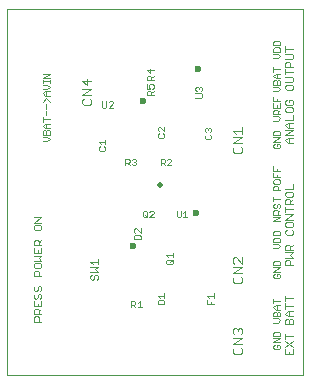
<source format=gto>
G75*
%MOIN*%
%OFA0B0*%
%FSLAX25Y25*%
%IPPOS*%
%LPD*%
%AMOC8*
5,1,8,0,0,1.08239X$1,22.5*
%
%ADD10C,0.00000*%
%ADD11C,0.00200*%
%ADD12C,0.02362*%
%ADD13C,0.01969*%
%ADD14C,0.00400*%
D10*
X0020469Y0005737D02*
X0020469Y0127784D01*
X0118894Y0127784D01*
X0118894Y0005737D01*
X0020469Y0005737D01*
D11*
X0029228Y0023507D02*
X0029228Y0024786D01*
X0029655Y0025212D01*
X0030507Y0025212D01*
X0030934Y0024786D01*
X0030934Y0023507D01*
X0031786Y0023507D02*
X0029228Y0023507D01*
X0029228Y0026044D02*
X0029228Y0027323D01*
X0029655Y0027750D01*
X0030507Y0027750D01*
X0030934Y0027323D01*
X0030934Y0026044D01*
X0031786Y0026044D02*
X0029228Y0026044D01*
X0030934Y0026897D02*
X0031786Y0027750D01*
X0031786Y0028582D02*
X0031786Y0030287D01*
X0031360Y0031120D02*
X0031786Y0031546D01*
X0031786Y0032399D01*
X0031360Y0032825D01*
X0030934Y0032825D01*
X0030507Y0032399D01*
X0030507Y0031546D01*
X0030081Y0031120D01*
X0029655Y0031120D01*
X0029228Y0031546D01*
X0029228Y0032399D01*
X0029655Y0032825D01*
X0029655Y0033657D02*
X0030081Y0033657D01*
X0030507Y0034084D01*
X0030507Y0034936D01*
X0030934Y0035363D01*
X0031360Y0035363D01*
X0031786Y0034936D01*
X0031786Y0034084D01*
X0031360Y0033657D01*
X0029655Y0033657D02*
X0029228Y0034084D01*
X0029228Y0034936D01*
X0029655Y0035363D01*
X0029228Y0038732D02*
X0029228Y0040011D01*
X0029655Y0040438D01*
X0030507Y0040438D01*
X0030934Y0040011D01*
X0030934Y0038732D01*
X0031786Y0038732D02*
X0029228Y0038732D01*
X0029655Y0041270D02*
X0031360Y0041270D01*
X0031786Y0041696D01*
X0031786Y0042549D01*
X0031360Y0042975D01*
X0029655Y0042975D01*
X0029228Y0042549D01*
X0029228Y0041696D01*
X0029655Y0041270D01*
X0029228Y0043808D02*
X0031786Y0043808D01*
X0030934Y0044660D01*
X0031786Y0045513D01*
X0029228Y0045513D01*
X0029228Y0046345D02*
X0031786Y0046345D01*
X0031786Y0048051D01*
X0031786Y0048883D02*
X0029228Y0048883D01*
X0029228Y0050162D01*
X0029655Y0050588D01*
X0030507Y0050588D01*
X0030934Y0050162D01*
X0030934Y0048883D01*
X0030934Y0049736D02*
X0031786Y0050588D01*
X0031360Y0053958D02*
X0029655Y0053958D01*
X0029228Y0054384D01*
X0029228Y0055237D01*
X0029655Y0055663D01*
X0031360Y0055663D01*
X0031786Y0055237D01*
X0031786Y0054384D01*
X0031360Y0053958D01*
X0031786Y0056496D02*
X0029228Y0056496D01*
X0031786Y0058201D01*
X0029228Y0058201D01*
X0029228Y0048051D02*
X0029228Y0046345D01*
X0030507Y0046345D02*
X0030507Y0047198D01*
X0029228Y0030287D02*
X0029228Y0028582D01*
X0031786Y0028582D01*
X0030507Y0028582D02*
X0030507Y0029435D01*
X0048126Y0037890D02*
X0048552Y0037464D01*
X0048979Y0037464D01*
X0049405Y0037890D01*
X0049405Y0038743D01*
X0049831Y0039169D01*
X0050258Y0039169D01*
X0050684Y0038743D01*
X0050684Y0037890D01*
X0050258Y0037464D01*
X0050684Y0040001D02*
X0049831Y0040854D01*
X0050684Y0041707D01*
X0048126Y0041707D01*
X0048979Y0042539D02*
X0048126Y0043392D01*
X0050684Y0043392D01*
X0050684Y0044244D02*
X0050684Y0042539D01*
X0050684Y0040001D02*
X0048126Y0040001D01*
X0048552Y0039169D02*
X0048126Y0038743D01*
X0048126Y0037890D01*
X0061701Y0030442D02*
X0061701Y0028278D01*
X0061701Y0028999D02*
X0062783Y0028999D01*
X0063144Y0029360D01*
X0063144Y0030081D01*
X0062783Y0030442D01*
X0061701Y0030442D01*
X0062423Y0028999D02*
X0063144Y0028278D01*
X0063876Y0028278D02*
X0065319Y0028278D01*
X0064598Y0028278D02*
X0064598Y0030442D01*
X0063876Y0029721D01*
X0070567Y0029252D02*
X0070567Y0030334D01*
X0070928Y0030695D01*
X0072371Y0030695D01*
X0072731Y0030334D01*
X0072731Y0029252D01*
X0070567Y0029252D01*
X0071289Y0031428D02*
X0070567Y0032149D01*
X0072731Y0032149D01*
X0072731Y0031428D02*
X0072731Y0032870D01*
X0073753Y0042727D02*
X0073392Y0043088D01*
X0073392Y0043809D01*
X0073753Y0044170D01*
X0075195Y0044170D01*
X0075556Y0043809D01*
X0075556Y0043088D01*
X0075195Y0042727D01*
X0073753Y0042727D01*
X0074835Y0043448D02*
X0075556Y0044170D01*
X0075556Y0044902D02*
X0075556Y0046345D01*
X0075556Y0045623D02*
X0073392Y0045623D01*
X0074113Y0044902D01*
X0064857Y0050906D02*
X0064857Y0051988D01*
X0064497Y0052349D01*
X0063054Y0052349D01*
X0062693Y0051988D01*
X0062693Y0050906D01*
X0064857Y0050906D01*
X0064857Y0053081D02*
X0063415Y0054524D01*
X0063054Y0054524D01*
X0062693Y0054163D01*
X0062693Y0053442D01*
X0063054Y0053081D01*
X0064857Y0053081D02*
X0064857Y0054524D01*
X0065999Y0058199D02*
X0065638Y0058560D01*
X0065638Y0060003D01*
X0065999Y0060363D01*
X0066720Y0060363D01*
X0067081Y0060003D01*
X0067081Y0058560D01*
X0066720Y0058199D01*
X0065999Y0058199D01*
X0066360Y0058921D02*
X0067081Y0058199D01*
X0067813Y0058199D02*
X0069256Y0059642D01*
X0069256Y0060003D01*
X0068895Y0060363D01*
X0068174Y0060363D01*
X0067813Y0060003D01*
X0067813Y0058199D02*
X0069256Y0058199D01*
X0076849Y0058560D02*
X0077210Y0058199D01*
X0077931Y0058199D01*
X0078292Y0058560D01*
X0078292Y0060363D01*
X0079024Y0059642D02*
X0079745Y0060363D01*
X0079745Y0058199D01*
X0079024Y0058199D02*
X0080467Y0058199D01*
X0076849Y0058560D02*
X0076849Y0060363D01*
X0075161Y0075522D02*
X0073719Y0075522D01*
X0075161Y0076965D01*
X0075161Y0077325D01*
X0074801Y0077686D01*
X0074079Y0077686D01*
X0073719Y0077325D01*
X0072986Y0077325D02*
X0072986Y0076604D01*
X0072626Y0076243D01*
X0071544Y0076243D01*
X0071544Y0075522D02*
X0071544Y0077686D01*
X0072626Y0077686D01*
X0072986Y0077325D01*
X0072265Y0076243D02*
X0072986Y0075522D01*
X0072371Y0084764D02*
X0070928Y0084764D01*
X0070567Y0085125D01*
X0070567Y0085846D01*
X0070928Y0086207D01*
X0070928Y0086939D02*
X0070567Y0087300D01*
X0070567Y0088021D01*
X0070928Y0088382D01*
X0071289Y0088382D01*
X0072731Y0086939D01*
X0072731Y0088382D01*
X0072371Y0086207D02*
X0072731Y0085846D01*
X0072731Y0085125D01*
X0072371Y0084764D01*
X0063350Y0077325D02*
X0063350Y0076965D01*
X0062990Y0076604D01*
X0063350Y0076243D01*
X0063350Y0075883D01*
X0062990Y0075522D01*
X0062268Y0075522D01*
X0061908Y0075883D01*
X0061175Y0075522D02*
X0060454Y0076243D01*
X0060815Y0076243D02*
X0059733Y0076243D01*
X0059733Y0075522D02*
X0059733Y0077686D01*
X0060815Y0077686D01*
X0061175Y0077325D01*
X0061175Y0076604D01*
X0060815Y0076243D01*
X0061908Y0077325D02*
X0062268Y0077686D01*
X0062990Y0077686D01*
X0063350Y0077325D01*
X0062990Y0076604D02*
X0062629Y0076604D01*
X0053046Y0080794D02*
X0053046Y0081516D01*
X0052686Y0081876D01*
X0053046Y0082609D02*
X0053046Y0084051D01*
X0053046Y0083330D02*
X0050882Y0083330D01*
X0051604Y0082609D01*
X0051243Y0081876D02*
X0050882Y0081516D01*
X0050882Y0080794D01*
X0051243Y0080434D01*
X0052686Y0080434D01*
X0053046Y0080794D01*
X0053128Y0094813D02*
X0053488Y0095174D01*
X0053488Y0096977D01*
X0054221Y0096617D02*
X0054582Y0096977D01*
X0055303Y0096977D01*
X0055664Y0096617D01*
X0055664Y0096256D01*
X0054221Y0094813D01*
X0055664Y0094813D01*
X0053128Y0094813D02*
X0052406Y0094813D01*
X0052046Y0095174D01*
X0052046Y0096977D01*
X0067024Y0098938D02*
X0067024Y0100020D01*
X0067385Y0100380D01*
X0068106Y0100380D01*
X0068467Y0100020D01*
X0068467Y0098938D01*
X0068467Y0099659D02*
X0069188Y0100380D01*
X0068827Y0101113D02*
X0069188Y0101473D01*
X0069188Y0102195D01*
X0068827Y0102555D01*
X0068106Y0102555D01*
X0067745Y0102195D01*
X0067745Y0101834D01*
X0068106Y0101113D01*
X0067024Y0101113D01*
X0067024Y0102555D01*
X0067024Y0104056D02*
X0067024Y0105138D01*
X0067385Y0105498D01*
X0068106Y0105498D01*
X0068467Y0105138D01*
X0068467Y0104056D01*
X0068467Y0104777D02*
X0069188Y0105498D01*
X0068106Y0106231D02*
X0068106Y0107673D01*
X0067024Y0107313D02*
X0068106Y0106231D01*
X0069188Y0107313D02*
X0067024Y0107313D01*
X0067024Y0104056D02*
X0069188Y0104056D01*
X0069188Y0098938D02*
X0067024Y0098938D01*
X0083166Y0099593D02*
X0084969Y0099593D01*
X0085330Y0099232D01*
X0085330Y0098511D01*
X0084969Y0098150D01*
X0083166Y0098150D01*
X0083526Y0100325D02*
X0083166Y0100686D01*
X0083166Y0101407D01*
X0083526Y0101768D01*
X0083887Y0101768D01*
X0084248Y0101407D01*
X0084608Y0101768D01*
X0084969Y0101768D01*
X0085330Y0101407D01*
X0085330Y0100686D01*
X0084969Y0100325D01*
X0084248Y0101047D02*
X0084248Y0101407D01*
X0086676Y0087988D02*
X0087037Y0087988D01*
X0087397Y0087628D01*
X0087758Y0087988D01*
X0088119Y0087988D01*
X0088479Y0087628D01*
X0088479Y0086906D01*
X0088119Y0086546D01*
X0088119Y0085813D02*
X0088479Y0085453D01*
X0088479Y0084731D01*
X0088119Y0084371D01*
X0086676Y0084371D01*
X0086315Y0084731D01*
X0086315Y0085453D01*
X0086676Y0085813D01*
X0086676Y0086546D02*
X0086315Y0086906D01*
X0086315Y0087628D01*
X0086676Y0087988D01*
X0087397Y0087628D02*
X0087397Y0087267D01*
X0109150Y0086747D02*
X0109150Y0085665D01*
X0111314Y0085665D01*
X0111314Y0086747D01*
X0110953Y0087107D01*
X0109511Y0087107D01*
X0109150Y0086747D01*
X0109150Y0084932D02*
X0111314Y0084932D01*
X0109150Y0083490D01*
X0111314Y0083490D01*
X0110953Y0082757D02*
X0110232Y0082757D01*
X0110232Y0082036D01*
X0109511Y0082757D02*
X0109150Y0082397D01*
X0109150Y0081675D01*
X0109511Y0081315D01*
X0110953Y0081315D01*
X0111314Y0081675D01*
X0111314Y0082397D01*
X0110953Y0082757D01*
X0113087Y0083896D02*
X0113939Y0084749D01*
X0115645Y0084749D01*
X0115645Y0085581D02*
X0113087Y0085581D01*
X0115645Y0087286D01*
X0113087Y0087286D01*
X0113939Y0088119D02*
X0113087Y0088971D01*
X0113939Y0089824D01*
X0115645Y0089824D01*
X0115645Y0090656D02*
X0115645Y0092362D01*
X0115218Y0093194D02*
X0115645Y0093620D01*
X0115645Y0094473D01*
X0115218Y0094899D01*
X0113513Y0094899D01*
X0113087Y0094473D01*
X0113087Y0093620D01*
X0113513Y0093194D01*
X0115218Y0093194D01*
X0115645Y0090656D02*
X0113087Y0090656D01*
X0114366Y0089824D02*
X0114366Y0088119D01*
X0113939Y0088119D02*
X0115645Y0088119D01*
X0114366Y0084749D02*
X0114366Y0083043D01*
X0113939Y0083043D02*
X0113087Y0083896D01*
X0113939Y0083043D02*
X0115645Y0083043D01*
X0110593Y0090463D02*
X0109150Y0090463D01*
X0110593Y0090463D02*
X0111314Y0091185D01*
X0110593Y0091906D01*
X0109150Y0091906D01*
X0109150Y0092638D02*
X0109150Y0093720D01*
X0109511Y0094081D01*
X0110232Y0094081D01*
X0110593Y0093720D01*
X0110593Y0092638D01*
X0111314Y0092638D02*
X0109150Y0092638D01*
X0110593Y0093360D02*
X0111314Y0094081D01*
X0111314Y0094813D02*
X0111314Y0096256D01*
X0111314Y0096988D02*
X0109150Y0096988D01*
X0109150Y0098431D01*
X0110232Y0097710D02*
X0110232Y0096988D01*
X0109150Y0096256D02*
X0109150Y0094813D01*
X0111314Y0094813D01*
X0110232Y0094813D02*
X0110232Y0095535D01*
X0113087Y0096158D02*
X0113513Y0095731D01*
X0115218Y0095731D01*
X0115645Y0096158D01*
X0115645Y0097010D01*
X0115218Y0097437D01*
X0114366Y0097437D01*
X0114366Y0096584D01*
X0113513Y0097437D02*
X0113087Y0097010D01*
X0113087Y0096158D01*
X0113513Y0100807D02*
X0115218Y0100807D01*
X0115645Y0101233D01*
X0115645Y0102086D01*
X0115218Y0102512D01*
X0113513Y0102512D01*
X0113087Y0102086D01*
X0113087Y0101233D01*
X0113513Y0100807D01*
X0111314Y0101027D02*
X0110593Y0101748D01*
X0109150Y0101748D01*
X0109150Y0102481D02*
X0109150Y0103563D01*
X0109511Y0103924D01*
X0109871Y0103924D01*
X0110232Y0103563D01*
X0110232Y0102481D01*
X0110232Y0103563D02*
X0110593Y0103924D01*
X0110953Y0103924D01*
X0111314Y0103563D01*
X0111314Y0102481D01*
X0109150Y0102481D01*
X0109871Y0104656D02*
X0109150Y0105377D01*
X0109871Y0106099D01*
X0111314Y0106099D01*
X0110232Y0106099D02*
X0110232Y0104656D01*
X0109871Y0104656D02*
X0111314Y0104656D01*
X0113087Y0105050D02*
X0115218Y0105050D01*
X0115645Y0104623D01*
X0115645Y0103771D01*
X0115218Y0103344D01*
X0113087Y0103344D01*
X0111314Y0101027D02*
X0110593Y0100306D01*
X0109150Y0100306D01*
X0113087Y0105882D02*
X0113087Y0107587D01*
X0113087Y0108419D02*
X0113087Y0109698D01*
X0113513Y0110125D01*
X0114366Y0110125D01*
X0114792Y0109698D01*
X0114792Y0108419D01*
X0115645Y0108419D02*
X0113087Y0108419D01*
X0111314Y0107552D02*
X0109150Y0107552D01*
X0109150Y0106831D02*
X0109150Y0108274D01*
X0109150Y0111236D02*
X0110593Y0111236D01*
X0111314Y0111957D01*
X0110593Y0112678D01*
X0109150Y0112678D01*
X0109150Y0113411D02*
X0109150Y0114493D01*
X0109511Y0114854D01*
X0110953Y0114854D01*
X0111314Y0114493D01*
X0111314Y0113411D01*
X0109150Y0113411D01*
X0109150Y0115586D02*
X0109150Y0116668D01*
X0109511Y0117029D01*
X0110953Y0117029D01*
X0111314Y0116668D01*
X0111314Y0115586D01*
X0109150Y0115586D01*
X0113087Y0115200D02*
X0113087Y0113495D01*
X0113087Y0112662D02*
X0115218Y0112662D01*
X0115645Y0112236D01*
X0115645Y0111383D01*
X0115218Y0110957D01*
X0113087Y0110957D01*
X0113087Y0114347D02*
X0115645Y0114347D01*
X0115645Y0106734D02*
X0113087Y0106734D01*
X0109150Y0075203D02*
X0109150Y0073760D01*
X0111314Y0073760D01*
X0110232Y0073760D02*
X0110232Y0074481D01*
X0109150Y0073028D02*
X0109150Y0071585D01*
X0111314Y0071585D01*
X0110953Y0070853D02*
X0109511Y0070853D01*
X0109150Y0070492D01*
X0109150Y0069771D01*
X0109511Y0069410D01*
X0110953Y0069410D01*
X0111314Y0069771D01*
X0111314Y0070492D01*
X0110953Y0070853D01*
X0110232Y0071585D02*
X0110232Y0072306D01*
X0110232Y0068678D02*
X0109511Y0068678D01*
X0109150Y0068317D01*
X0109150Y0067235D01*
X0111314Y0067235D01*
X0110593Y0067235D02*
X0110593Y0068317D01*
X0110232Y0068678D01*
X0113087Y0067650D02*
X0115645Y0067650D01*
X0115645Y0069355D01*
X0115218Y0066818D02*
X0113513Y0066818D01*
X0113087Y0066391D01*
X0113087Y0065539D01*
X0113513Y0065112D01*
X0115218Y0065112D01*
X0115645Y0065539D01*
X0115645Y0066391D01*
X0115218Y0066818D01*
X0115645Y0064280D02*
X0114792Y0063427D01*
X0114792Y0063854D02*
X0114792Y0062575D01*
X0115645Y0062575D02*
X0113087Y0062575D01*
X0113087Y0063854D01*
X0113513Y0064280D01*
X0114366Y0064280D01*
X0114792Y0063854D01*
X0113087Y0061742D02*
X0113087Y0060037D01*
X0113087Y0059205D02*
X0115645Y0059205D01*
X0113087Y0057499D01*
X0115645Y0057499D01*
X0115218Y0056667D02*
X0113513Y0056667D01*
X0113087Y0056241D01*
X0113087Y0055388D01*
X0113513Y0054962D01*
X0115218Y0054962D01*
X0115645Y0055388D01*
X0115645Y0056241D01*
X0115218Y0056667D01*
X0115218Y0054130D02*
X0115645Y0053703D01*
X0115645Y0052851D01*
X0115218Y0052424D01*
X0113513Y0052424D01*
X0113087Y0052851D01*
X0113087Y0053703D01*
X0113513Y0054130D01*
X0111314Y0053282D02*
X0110953Y0053643D01*
X0109511Y0053643D01*
X0109150Y0053282D01*
X0109150Y0052200D01*
X0111314Y0052200D01*
X0111314Y0053282D01*
X0110953Y0051468D02*
X0109511Y0051468D01*
X0109150Y0051107D01*
X0109150Y0050025D01*
X0111314Y0050025D01*
X0111314Y0051107D01*
X0110953Y0051468D01*
X0110593Y0049293D02*
X0109150Y0049293D01*
X0110593Y0049293D02*
X0111314Y0048571D01*
X0110593Y0047850D01*
X0109150Y0047850D01*
X0113087Y0047349D02*
X0113087Y0048628D01*
X0113513Y0049054D01*
X0114366Y0049054D01*
X0114792Y0048628D01*
X0114792Y0047349D01*
X0115645Y0047349D02*
X0113087Y0047349D01*
X0113087Y0046517D02*
X0115645Y0046517D01*
X0114792Y0045664D01*
X0115645Y0044812D01*
X0113087Y0044812D01*
X0113513Y0043979D02*
X0113087Y0043553D01*
X0113087Y0042274D01*
X0115645Y0042274D01*
X0114792Y0042274D02*
X0114792Y0043553D01*
X0114366Y0043979D01*
X0113513Y0043979D01*
X0111314Y0043440D02*
X0111314Y0042358D01*
X0109150Y0042358D01*
X0109150Y0043440D01*
X0109511Y0043800D01*
X0110953Y0043800D01*
X0111314Y0043440D01*
X0111314Y0041625D02*
X0109150Y0041625D01*
X0109150Y0040183D02*
X0111314Y0041625D01*
X0111314Y0040183D02*
X0109150Y0040183D01*
X0109511Y0039450D02*
X0109150Y0039089D01*
X0109150Y0038368D01*
X0109511Y0038007D01*
X0110953Y0038007D01*
X0111314Y0038368D01*
X0111314Y0039089D01*
X0110953Y0039450D01*
X0110232Y0039450D01*
X0110232Y0038729D01*
X0113087Y0032084D02*
X0113087Y0030379D01*
X0113087Y0029547D02*
X0113087Y0027841D01*
X0113087Y0028694D02*
X0115645Y0028694D01*
X0115645Y0027009D02*
X0113939Y0027009D01*
X0113087Y0026156D01*
X0113939Y0025304D01*
X0115645Y0025304D01*
X0115218Y0024472D02*
X0115645Y0024045D01*
X0115645Y0022766D01*
X0113087Y0022766D01*
X0113087Y0024045D01*
X0113513Y0024472D01*
X0113939Y0024472D01*
X0114366Y0024045D01*
X0114366Y0022766D01*
X0114366Y0024045D02*
X0114792Y0024472D01*
X0115218Y0024472D01*
X0114366Y0025304D02*
X0114366Y0027009D01*
X0111314Y0027491D02*
X0109871Y0027491D01*
X0109150Y0028212D01*
X0109871Y0028933D01*
X0111314Y0028933D01*
X0110232Y0028933D02*
X0110232Y0027491D01*
X0109871Y0026758D02*
X0110232Y0026397D01*
X0110232Y0025315D01*
X0110593Y0024583D02*
X0109150Y0024583D01*
X0109150Y0025315D02*
X0109150Y0026397D01*
X0109511Y0026758D01*
X0109871Y0026758D01*
X0110232Y0026397D02*
X0110593Y0026758D01*
X0110953Y0026758D01*
X0111314Y0026397D01*
X0111314Y0025315D01*
X0109150Y0025315D01*
X0110593Y0024583D02*
X0111314Y0023862D01*
X0110593Y0023140D01*
X0109150Y0023140D01*
X0109511Y0020178D02*
X0109150Y0019818D01*
X0109150Y0018736D01*
X0111314Y0018736D01*
X0111314Y0019818D01*
X0110953Y0020178D01*
X0109511Y0020178D01*
X0109150Y0018003D02*
X0111314Y0018003D01*
X0109150Y0016560D01*
X0111314Y0016560D01*
X0110953Y0015828D02*
X0110232Y0015828D01*
X0110232Y0015107D01*
X0109511Y0015828D02*
X0109150Y0015467D01*
X0109150Y0014746D01*
X0109511Y0014385D01*
X0110953Y0014385D01*
X0111314Y0014746D01*
X0111314Y0015467D01*
X0110953Y0015828D01*
X0113087Y0015153D02*
X0115645Y0016859D01*
X0115645Y0018544D02*
X0113087Y0018544D01*
X0113087Y0019396D02*
X0113087Y0017691D01*
X0113087Y0016859D02*
X0115645Y0015153D01*
X0115645Y0014321D02*
X0115645Y0012616D01*
X0113087Y0012616D01*
X0113087Y0014321D01*
X0114366Y0013468D02*
X0114366Y0012616D01*
X0109150Y0029666D02*
X0109150Y0031108D01*
X0109150Y0030387D02*
X0111314Y0030387D01*
X0113087Y0031232D02*
X0115645Y0031232D01*
X0114792Y0048202D02*
X0115645Y0049054D01*
X0111314Y0056999D02*
X0109150Y0056999D01*
X0111314Y0058441D01*
X0109150Y0058441D01*
X0109150Y0059174D02*
X0109150Y0060256D01*
X0109511Y0060616D01*
X0110232Y0060616D01*
X0110593Y0060256D01*
X0110593Y0059174D01*
X0111314Y0059174D02*
X0109150Y0059174D01*
X0110593Y0059895D02*
X0111314Y0060616D01*
X0110953Y0061349D02*
X0111314Y0061709D01*
X0111314Y0062431D01*
X0110953Y0062792D01*
X0110593Y0062792D01*
X0110232Y0062431D01*
X0110232Y0061709D01*
X0109871Y0061349D01*
X0109511Y0061349D01*
X0109150Y0061709D01*
X0109150Y0062431D01*
X0109511Y0062792D01*
X0109150Y0063524D02*
X0109150Y0064967D01*
X0109150Y0064245D02*
X0111314Y0064245D01*
X0113087Y0060890D02*
X0115645Y0060890D01*
X0089267Y0032870D02*
X0089267Y0031428D01*
X0089267Y0032149D02*
X0087103Y0032149D01*
X0087824Y0031428D01*
X0087103Y0030695D02*
X0087103Y0029252D01*
X0089267Y0029252D01*
X0088185Y0029252D02*
X0088185Y0029974D01*
X0034542Y0084328D02*
X0033821Y0085049D01*
X0032378Y0085049D01*
X0032378Y0085782D02*
X0032378Y0086864D01*
X0032739Y0087224D01*
X0033100Y0087224D01*
X0033460Y0086864D01*
X0033460Y0085782D01*
X0034542Y0085782D02*
X0032378Y0085782D01*
X0033460Y0086864D02*
X0033821Y0087224D01*
X0034182Y0087224D01*
X0034542Y0086864D01*
X0034542Y0085782D01*
X0034542Y0084328D02*
X0033821Y0083607D01*
X0032378Y0083607D01*
X0033100Y0087957D02*
X0032378Y0088678D01*
X0033100Y0089399D01*
X0034542Y0089399D01*
X0033460Y0089399D02*
X0033460Y0087957D01*
X0033100Y0087957D02*
X0034542Y0087957D01*
X0034542Y0090853D02*
X0032378Y0090853D01*
X0032378Y0090132D02*
X0032378Y0091575D01*
X0033460Y0092307D02*
X0033460Y0093750D01*
X0033460Y0094482D02*
X0033460Y0095925D01*
X0032378Y0096657D02*
X0033460Y0098100D01*
X0034542Y0096657D01*
X0034542Y0098832D02*
X0033100Y0098832D01*
X0032378Y0099554D01*
X0033100Y0100275D01*
X0034542Y0100275D01*
X0033821Y0101007D02*
X0034542Y0101729D01*
X0033821Y0102450D01*
X0032378Y0102450D01*
X0032378Y0103182D02*
X0032378Y0103904D01*
X0032378Y0103543D02*
X0034542Y0103543D01*
X0034542Y0103182D02*
X0034542Y0103904D01*
X0034542Y0104632D02*
X0032378Y0104632D01*
X0034542Y0106075D01*
X0032378Y0106075D01*
X0032378Y0101007D02*
X0033821Y0101007D01*
X0033460Y0100275D02*
X0033460Y0098832D01*
D12*
X0065745Y0097076D03*
X0083855Y0107706D03*
X0083461Y0059674D03*
X0062201Y0048650D03*
D13*
X0071257Y0069123D03*
D14*
X0095631Y0080194D02*
X0096148Y0079677D01*
X0098217Y0079677D01*
X0098734Y0080194D01*
X0098734Y0081228D01*
X0098217Y0081746D01*
X0098734Y0082900D02*
X0095631Y0082900D01*
X0098734Y0084968D01*
X0095631Y0084968D01*
X0096665Y0086123D02*
X0095631Y0087157D01*
X0098734Y0087157D01*
X0098734Y0086123D02*
X0098734Y0088191D01*
X0096148Y0081746D02*
X0095631Y0081228D01*
X0095631Y0080194D01*
X0096148Y0044884D02*
X0095631Y0044367D01*
X0095631Y0043333D01*
X0096148Y0042816D01*
X0095631Y0041661D02*
X0098734Y0041661D01*
X0095631Y0039593D01*
X0098734Y0039593D01*
X0098217Y0038439D02*
X0098734Y0037921D01*
X0098734Y0036887D01*
X0098217Y0036370D01*
X0096148Y0036370D01*
X0095631Y0036887D01*
X0095631Y0037921D01*
X0096148Y0038439D01*
X0098734Y0042816D02*
X0096665Y0044884D01*
X0096148Y0044884D01*
X0098734Y0044884D02*
X0098734Y0042816D01*
X0098217Y0021262D02*
X0098734Y0020745D01*
X0098734Y0019711D01*
X0098217Y0019194D01*
X0098734Y0018039D02*
X0095631Y0018039D01*
X0096148Y0019194D02*
X0095631Y0019711D01*
X0095631Y0020745D01*
X0096148Y0021262D01*
X0096665Y0021262D01*
X0097182Y0020745D01*
X0097700Y0021262D01*
X0098217Y0021262D01*
X0097182Y0020745D02*
X0097182Y0020228D01*
X0098734Y0018039D02*
X0095631Y0015971D01*
X0098734Y0015971D01*
X0098217Y0014816D02*
X0098734Y0014299D01*
X0098734Y0013265D01*
X0098217Y0012748D01*
X0096148Y0012748D01*
X0095631Y0013265D01*
X0095631Y0014299D01*
X0096148Y0014816D01*
X0047937Y0095757D02*
X0045869Y0095757D01*
X0045352Y0096274D01*
X0045352Y0097308D01*
X0045869Y0097825D01*
X0045352Y0098980D02*
X0048454Y0101048D01*
X0045352Y0101048D01*
X0046903Y0102202D02*
X0045352Y0103754D01*
X0048454Y0103754D01*
X0046903Y0104271D02*
X0046903Y0102202D01*
X0048454Y0098980D02*
X0045352Y0098980D01*
X0047937Y0097825D02*
X0048454Y0097308D01*
X0048454Y0096274D01*
X0047937Y0095757D01*
M02*

</source>
